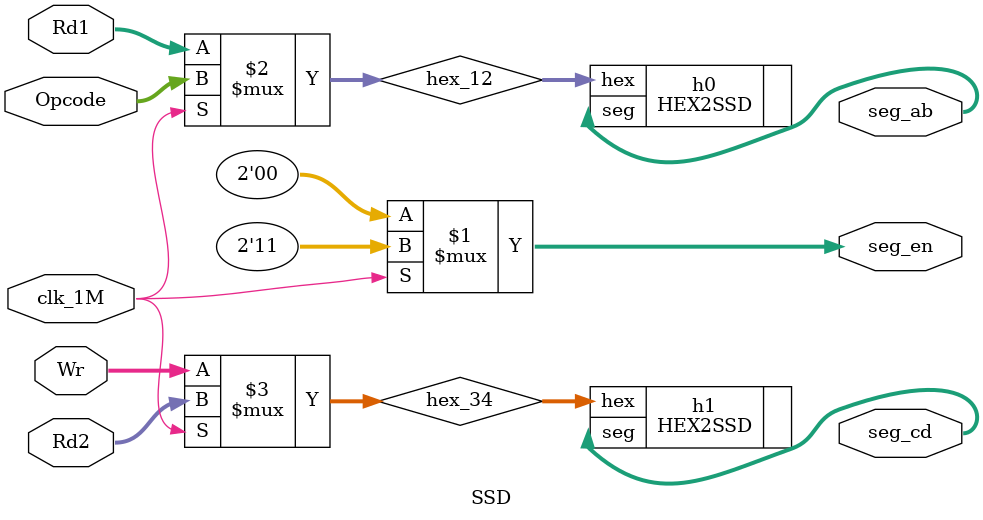
<source format=v>
`timescale 1ns / 1ps

module SSD(
    input clk_1M,               // 1MHz Å¬·° ÀÔ·Â
    input [3:0] Opcode,         // Opcode µ¥ÀÌÅÍ ÀÔ·Â (4ºñÆ®)
    input [3:0] Rd1,            // Rd1 µ¥ÀÌÅÍ ÀÔ·Â (4ºñÆ®)
    input [3:0] Rd2,            // Rd2 µ¥ÀÌÅÍ ÀÔ·Â (4ºñÆ®)
    input [3:0] Wr,             // Wr µ¥ÀÌÅÍ ÀÔ·Â (4ºñÆ®)
    output [1:0] seg_en,        // 7¼¼±×¸ÕÆ® µð½ºÇÃ·¹ÀÌ È°¼ºÈ­ ½ÅÈ£
    output [6:0] seg_ab,        // 7¼¼±×¸ÕÆ® µð½ºÇÃ·¹ÀÌ A, B Ãâ·Â
    output [6:0] seg_cd         // 7¼¼±×¸ÕÆ® µð½ºÇÃ·¹ÀÌ C, D Ãâ·Â
    );

    // ³»ºÎ ½ÅÈ£ Á¤ÀÇ
    wire [3:0] hex_12;          // seg_ab¿¡ Ç¥½ÃÇÒ µ¥ÀÌÅÍ
    wire [3:0] hex_34;          // seg_cd¿¡ Ç¥½ÃÇÒ µ¥ÀÌÅÍ

    // seg_en Á¦¾î: Å¬·° ½ÅÈ£¿¡ µû¶ó 7¼¼±×¸ÕÆ® È°¼ºÈ­
    assign seg_en = clk_1M ? 2'b11 : 2'b00; 
    // Å¬·° ½ÅÈ£°¡ ¹ÝÀüµÉ ¶§¸¶´Ù seg_en °ªÀ» Åä±ÛÇÏ¿© µÎ ¼¼±×¸ÕÆ®¸¦ ¹ø°¥¾Æ È°¼ºÈ­

    // seg_ab¿¡ Ç¥½ÃÇÒ µ¥ÀÌÅÍ ¼±ÅÃ
    assign hex_12 = clk_1M ? Opcode : Rd1; 
    // Å¬·° ½ÅÈ£¿¡ µû¶ó Opcode¿Í Rd1 µ¥ÀÌÅÍ¸¦ ¹ø°¥¾Æ Ç¥½Ã

    // seg_cd¿¡ Ç¥½ÃÇÒ µ¥ÀÌÅÍ ¼±ÅÃ
    assign hex_34 = clk_1M ? Rd2 : Wr; 
    // Å¬·° ½ÅÈ£¿¡ µû¶ó Rd2¿Í Wr µ¥ÀÌÅÍ¸¦ ¹ø°¥¾Æ Ç¥½Ã

    // HEX2SSD ¸ðµâÀ» ÀÌ¿ëÇÑ µ¥ÀÌÅÍ º¯È¯
    HEX2SSD h0 (.hex(hex_12), .seg(seg_ab)); // hex_12 µ¥ÀÌÅÍ¸¦ seg_ab·Î º¯È¯
    HEX2SSD h1 (.hex(hex_34), .seg(seg_cd)); // hex_34 µ¥ÀÌÅÍ¸¦ seg_cd·Î º¯È¯

endmodule

</source>
